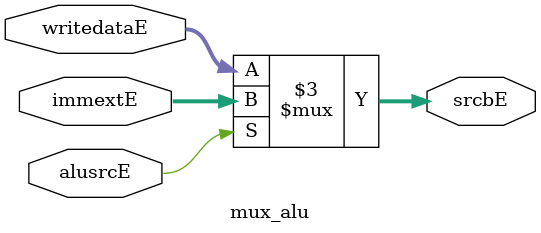
<source format=sv>
module mux_alu #(parameter W = 32)(
    input logic [W-1:0] writedataE,
    input logic [W-1:0] immextE,
    input logic alusrcE,
    output logic [W-1:0] srcbE
);

always_comb begin
    if (alusrcE) srcbE = immextE;
    else srcbE = writedataE;
end
    
endmodule

</source>
